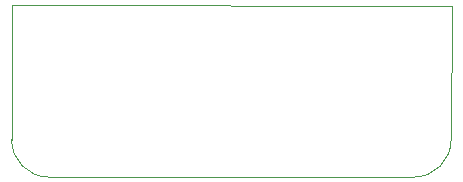
<source format=gbr>
%TF.GenerationSoftware,KiCad,Pcbnew,(6.0.0)*%
%TF.CreationDate,2022-04-23T17:17:18+01:00*%
%TF.ProjectId,BM83 prog,424d3833-2070-4726-9f67-2e6b69636164,rev?*%
%TF.SameCoordinates,Original*%
%TF.FileFunction,Profile,NP*%
%FSLAX46Y46*%
G04 Gerber Fmt 4.6, Leading zero omitted, Abs format (unit mm)*
G04 Created by KiCad (PCBNEW (6.0.0)) date 2022-04-23 17:17:18*
%MOMM*%
%LPD*%
G01*
G04 APERTURE LIST*
%TA.AperFunction,Profile*%
%ADD10C,0.100000*%
%TD*%
G04 APERTURE END LIST*
D10*
X157900000Y-81900000D02*
X157850463Y-93200529D01*
X154700000Y-96350463D02*
G75*
G03*
X157850463Y-93200529I1J3150462D01*
G01*
X120640636Y-93200265D02*
G75*
G03*
X123790570Y-96350728I3150462J-1D01*
G01*
X120700000Y-81800000D02*
X157900000Y-81900000D01*
X120640636Y-93200265D02*
X120700000Y-81800000D01*
X154700000Y-96350463D02*
X123790570Y-96350728D01*
M02*

</source>
